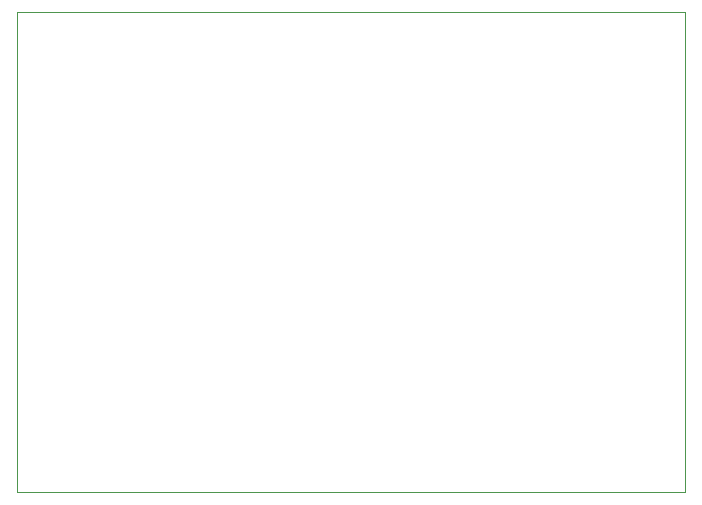
<source format=gm1>
G04 #@! TF.GenerationSoftware,KiCad,Pcbnew,6.0.1+dfsg-1*
G04 #@! TF.CreationDate,2022-05-09T21:45:28-04:00*
G04 #@! TF.ProjectId,wacom,7761636f-6d2e-46b6-9963-61645f706362,rev?*
G04 #@! TF.SameCoordinates,Original*
G04 #@! TF.FileFunction,Profile,NP*
%FSLAX46Y46*%
G04 Gerber Fmt 4.6, Leading zero omitted, Abs format (unit mm)*
G04 Created by KiCad (PCBNEW 6.0.1+dfsg-1) date 2022-05-09 21:45:28*
%MOMM*%
%LPD*%
G01*
G04 APERTURE LIST*
G04 #@! TA.AperFunction,Profile*
%ADD10C,0.100000*%
G04 #@! TD*
G04 APERTURE END LIST*
D10*
X89535000Y-55880000D02*
X88265000Y-55880000D01*
X144780000Y-55880000D02*
X89535000Y-55880000D01*
X88265000Y-55880000D02*
X88265000Y-96520000D01*
X144780000Y-96520000D02*
X144780000Y-95885000D01*
X144780000Y-95885000D02*
X144780000Y-56515000D01*
X144780000Y-56515000D02*
X144780000Y-55880000D01*
X88265000Y-96520000D02*
X144780000Y-96520000D01*
M02*

</source>
